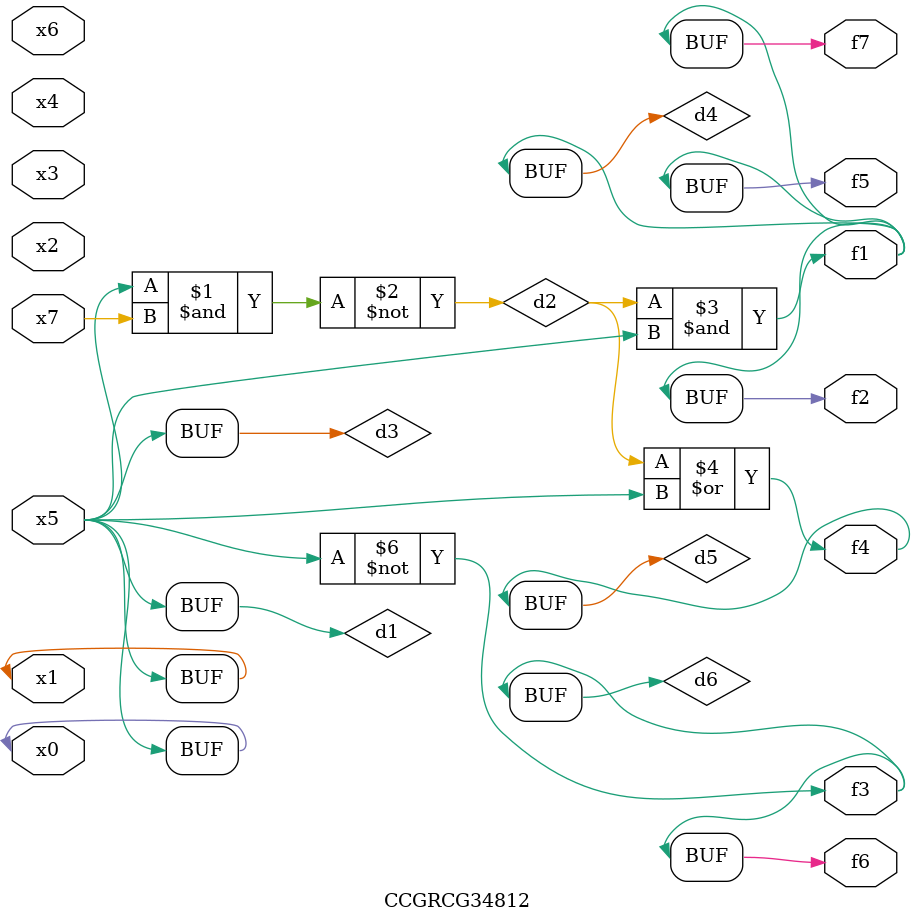
<source format=v>
module CCGRCG34812(
	input x0, x1, x2, x3, x4, x5, x6, x7,
	output f1, f2, f3, f4, f5, f6, f7
);

	wire d1, d2, d3, d4, d5, d6;

	buf (d1, x0, x5);
	nand (d2, x5, x7);
	buf (d3, x0, x1);
	and (d4, d2, d3);
	or (d5, d2, d3);
	nor (d6, d1, d3);
	assign f1 = d4;
	assign f2 = d4;
	assign f3 = d6;
	assign f4 = d5;
	assign f5 = d4;
	assign f6 = d6;
	assign f7 = d4;
endmodule

</source>
